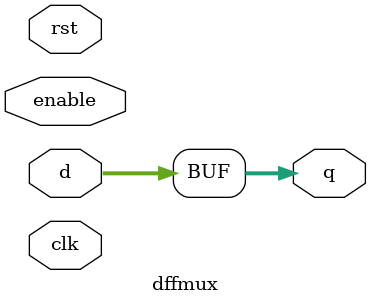
<source format=v>
module dffmux #(
    parameter width =18 ,RSTTYPE="SYNC",REGG=0
) (
    input [width-1:0]d,input clk , enable , rst , output[width-1:0]q
);
    
    generate
        if(REGG)
        begin
        if(RSTTYPE=="SYNC")
        dffsync  #(width) sync(d,clk,enable,rst,q);
        else if (RSTTYPE=="ASYNC")
        dffasync  #(width) async(d,clk,enable,rst,q);
        end
        else
        assign q=d;
    endgenerate
    
endmodule
</source>
